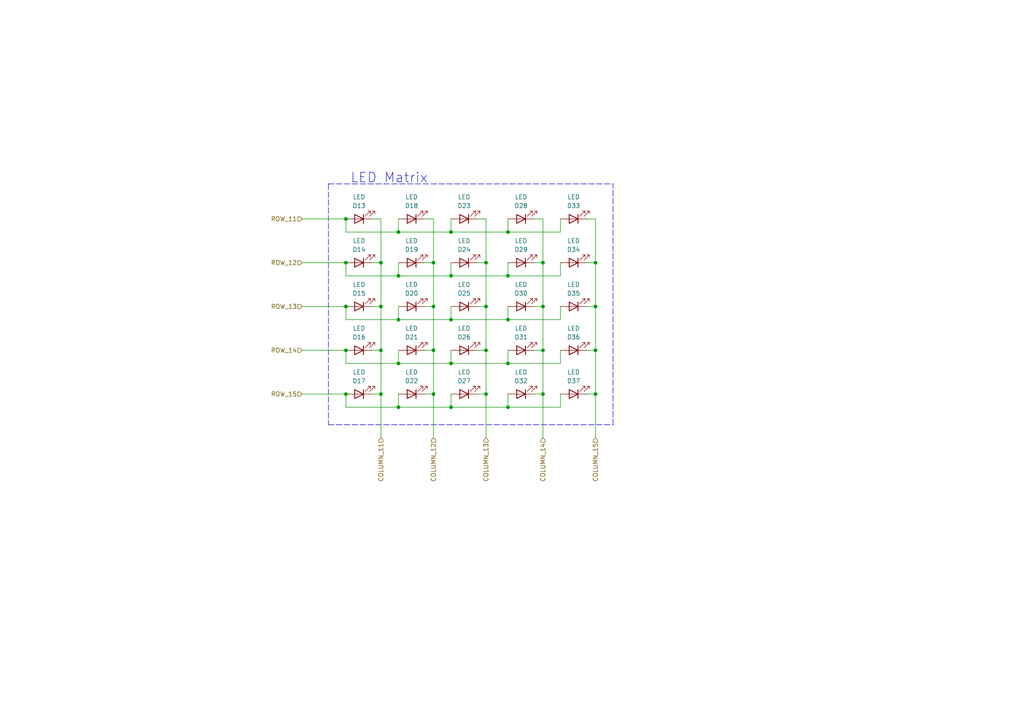
<source format=kicad_sch>
(kicad_sch (version 20211123) (generator eeschema)
  (paper "A4")
  (lib_symbols
    (symbol "Device:LED" (pin_numbers hide) (pin_names (offset 1.016) hide)
      (property "Reference" "D" (at 0 2.54 0))
      (property "Value" "LED" (at 0 -2.54 0))
      (symbol "LED_0_1"
        (polyline (pts (xy -1.27 -1.27) (xy -1.27 1.27)) (stroke (width 0.254)))
        (polyline (pts (xy -1.27 0) (xy 1.27 0)))
        (polyline (pts (xy 1.27 -1.27) (xy 1.27 1.27) (xy -1.27 0) (xy 1.27 -1.27)) (stroke (width 0.254)))
        (polyline (pts (xy -3.048 -0.762) (xy -4.572 -2.286) (xy -3.81 -2.286) (xy -4.572 -2.286) (xy -4.572 -1.524)))
        (polyline (pts (xy -1.778 -0.762) (xy -3.302 -2.286) (xy -2.54 -2.286) (xy -3.302 -2.286) (xy -3.302 -1.524)))
      )
      (symbol "LED_1_1"
        (pin passive line (at -3.81 0 0) (length 2.54) (name "K") (number "1"))
        (pin passive line (at 3.81 0 180) (length 2.54) (name "A") (number "2"))
      )
    )
  )
  (junction (at 130.81 92.71))
  (junction (at 100.33 101.6))
  (junction (at 130.81 80.01))
  (junction (at 157.48 88.9))
  (junction (at 130.81 118.11))
  (junction (at 147.32 80.01))
  (junction (at 110.49 88.9))
  (junction (at 157.48 114.3))
  (junction (at 100.33 76.2))
  (junction (at 172.72 76.2))
  (junction (at 115.57 92.71))
  (junction (at 115.57 67.31))
  (junction (at 130.81 67.31))
  (junction (at 110.49 114.3))
  (junction (at 110.49 76.2))
  (junction (at 140.97 101.6))
  (junction (at 125.73 76.2))
  (junction (at 130.81 105.41))
  (junction (at 157.48 101.6))
  (junction (at 140.97 76.2))
  (junction (at 125.73 114.3))
  (junction (at 147.32 105.41))
  (junction (at 172.72 88.9))
  (junction (at 110.49 101.6))
  (junction (at 115.57 105.41))
  (junction (at 115.57 118.11))
  (junction (at 147.32 118.11))
  (junction (at 100.33 88.9))
  (junction (at 140.97 88.9))
  (junction (at 125.73 101.6))
  (junction (at 115.57 80.01))
  (junction (at 172.72 114.3))
  (junction (at 100.33 63.5))
  (junction (at 172.72 101.6))
  (junction (at 157.48 76.2))
  (junction (at 140.97 114.3))
  (junction (at 147.32 67.31))
  (junction (at 147.32 92.71))
  (junction (at 100.33 114.3))
  (junction (at 125.73 88.9))
  (wire (pts (xy 154.94 101.6) (xy 157.48 101.6)))
  (polyline (pts (xy 95.25 53.34) (xy 95.25 123.19)))
  (wire (pts (xy 110.49 101.6) (xy 107.95 101.6)))
  (polyline (pts (xy 95.25 123.19) (xy 177.8 123.19)))
  (wire (pts (xy 115.57 118.11) (xy 130.81 118.11)))
  (wire (pts (xy 130.81 114.3) (xy 130.81 118.11)))
  (wire (pts (xy 140.97 101.6) (xy 140.97 114.3)))
  (polyline (pts (xy 95.25 53.34) (xy 177.8 53.34)))
  (wire (pts (xy 172.72 114.3) (xy 170.18 114.3)))
  (wire (pts (xy 100.33 114.3) (xy 100.33 118.11)))
  (wire (pts (xy 162.56 67.31) (xy 162.56 63.5)))
  (wire (pts (xy 130.81 76.2) (xy 130.81 80.01)))
  (wire (pts (xy 115.57 80.01) (xy 130.81 80.01)))
  (wire (pts (xy 110.49 63.5) (xy 110.49 76.2)))
  (wire (pts (xy 100.33 63.5) (xy 100.33 67.31)))
  (wire (pts (xy 147.32 114.3) (xy 147.32 118.11)))
  (wire (pts (xy 130.81 105.41) (xy 147.32 105.41)))
  (wire (pts (xy 110.49 63.5) (xy 107.95 63.5)))
  (wire (pts (xy 100.33 88.9) (xy 100.33 92.71)))
  (wire (pts (xy 107.95 88.9) (xy 110.49 88.9)))
  (wire (pts (xy 115.57 76.2) (xy 115.57 80.01)))
  (wire (pts (xy 147.32 118.11) (xy 162.56 118.11)))
  (wire (pts (xy 115.57 88.9) (xy 115.57 92.71)))
  (wire (pts (xy 140.97 114.3) (xy 140.97 127)))
  (wire (pts (xy 147.32 67.31) (xy 162.56 67.31)))
  (wire (pts (xy 172.72 63.5) (xy 170.18 63.5)))
  (wire (pts (xy 140.97 101.6) (xy 140.97 88.9)))
  (wire (pts (xy 100.33 101.6) (xy 100.33 105.41)))
  (wire (pts (xy 115.57 101.6) (xy 115.57 105.41)))
  (wire (pts (xy 140.97 63.5) (xy 138.43 63.5)))
  (wire (pts (xy 162.56 80.01) (xy 162.56 76.2)))
  (wire (pts (xy 125.73 101.6) (xy 123.19 101.6)))
  (wire (pts (xy 147.32 88.9) (xy 147.32 92.71)))
  (wire (pts (xy 147.32 63.5) (xy 147.32 67.31)))
  (wire (pts (xy 87.63 88.9) (xy 100.33 88.9)))
  (wire (pts (xy 87.63 63.5) (xy 100.33 63.5)))
  (wire (pts (xy 157.48 88.9) (xy 157.48 101.6)))
  (wire (pts (xy 125.73 114.3) (xy 123.19 114.3)))
  (wire (pts (xy 110.49 76.2) (xy 107.95 76.2)))
  (wire (pts (xy 130.81 101.6) (xy 130.81 105.41)))
  (wire (pts (xy 154.94 114.3) (xy 157.48 114.3)))
  (wire (pts (xy 147.32 76.2) (xy 147.32 80.01)))
  (wire (pts (xy 140.97 76.2) (xy 140.97 88.9)))
  (wire (pts (xy 115.57 67.31) (xy 130.81 67.31)))
  (wire (pts (xy 162.56 118.11) (xy 162.56 114.3)))
  (wire (pts (xy 172.72 76.2) (xy 172.72 88.9)))
  (wire (pts (xy 125.73 76.2) (xy 125.73 88.9)))
  (wire (pts (xy 140.97 101.6) (xy 138.43 101.6)))
  (wire (pts (xy 87.63 76.2) (xy 100.33 76.2)))
  (wire (pts (xy 140.97 88.9) (xy 138.43 88.9)))
  (wire (pts (xy 125.73 63.5) (xy 125.73 76.2)))
  (polyline (pts (xy 177.8 123.19) (xy 177.8 53.34)))
  (wire (pts (xy 154.94 88.9) (xy 157.48 88.9)))
  (wire (pts (xy 130.81 67.31) (xy 147.32 67.31)))
  (wire (pts (xy 87.63 114.3) (xy 100.33 114.3)))
  (wire (pts (xy 157.48 63.5) (xy 157.48 76.2)))
  (wire (pts (xy 110.49 114.3) (xy 107.95 114.3)))
  (wire (pts (xy 100.33 105.41) (xy 115.57 105.41)))
  (wire (pts (xy 157.48 114.3) (xy 157.48 127)))
  (wire (pts (xy 110.49 88.9) (xy 110.49 101.6)))
  (wire (pts (xy 162.56 105.41) (xy 162.56 101.6)))
  (wire (pts (xy 172.72 88.9) (xy 172.72 101.6)))
  (wire (pts (xy 170.18 76.2) (xy 172.72 76.2)))
  (wire (pts (xy 140.97 76.2) (xy 138.43 76.2)))
  (wire (pts (xy 125.73 101.6) (xy 125.73 114.3)))
  (wire (pts (xy 162.56 92.71) (xy 162.56 88.9)))
  (wire (pts (xy 170.18 101.6) (xy 172.72 101.6)))
  (wire (pts (xy 125.73 88.9) (xy 125.73 101.6)))
  (wire (pts (xy 125.73 63.5) (xy 123.19 63.5)))
  (wire (pts (xy 115.57 92.71) (xy 130.81 92.71)))
  (wire (pts (xy 115.57 105.41) (xy 130.81 105.41)))
  (wire (pts (xy 100.33 76.2) (xy 100.33 80.01)))
  (wire (pts (xy 110.49 114.3) (xy 110.49 127)))
  (wire (pts (xy 172.72 101.6) (xy 172.72 114.3)))
  (wire (pts (xy 147.32 105.41) (xy 162.56 105.41)))
  (wire (pts (xy 154.94 63.5) (xy 157.48 63.5)))
  (wire (pts (xy 115.57 114.3) (xy 115.57 118.11)))
  (wire (pts (xy 130.81 63.5) (xy 130.81 67.31)))
  (wire (pts (xy 130.81 118.11) (xy 147.32 118.11)))
  (wire (pts (xy 130.81 92.71) (xy 147.32 92.71)))
  (wire (pts (xy 100.33 67.31) (xy 115.57 67.31)))
  (wire (pts (xy 100.33 80.01) (xy 115.57 80.01)))
  (wire (pts (xy 172.72 63.5) (xy 172.72 76.2)))
  (wire (pts (xy 125.73 76.2) (xy 123.19 76.2)))
  (wire (pts (xy 130.81 88.9) (xy 130.81 92.71)))
  (wire (pts (xy 147.32 80.01) (xy 162.56 80.01)))
  (wire (pts (xy 140.97 63.5) (xy 140.97 76.2)))
  (wire (pts (xy 172.72 114.3) (xy 172.72 127)))
  (wire (pts (xy 125.73 114.3) (xy 125.73 127)))
  (wire (pts (xy 130.81 80.01) (xy 147.32 80.01)))
  (wire (pts (xy 110.49 101.6) (xy 110.49 114.3)))
  (wire (pts (xy 157.48 76.2) (xy 157.48 88.9)))
  (wire (pts (xy 140.97 114.3) (xy 138.43 114.3)))
  (wire (pts (xy 170.18 88.9) (xy 172.72 88.9)))
  (wire (pts (xy 100.33 92.71) (xy 115.57 92.71)))
  (wire (pts (xy 115.57 63.5) (xy 115.57 67.31)))
  (wire (pts (xy 154.94 76.2) (xy 157.48 76.2)))
  (wire (pts (xy 157.48 114.3) (xy 157.48 101.6)))
  (wire (pts (xy 147.32 92.71) (xy 162.56 92.71)))
  (wire (pts (xy 100.33 118.11) (xy 115.57 118.11)))
  (wire (pts (xy 87.63 101.6) (xy 100.33 101.6)))
  (wire (pts (xy 110.49 76.2) (xy 110.49 88.9)))
  (wire (pts (xy 147.32 101.6) (xy 147.32 105.41)))
  (wire (pts (xy 125.73 88.9) (xy 123.19 88.9)))
  (text "LED Matrix\n" (at 101.6 53.34 0) (effects (font (size 2.794 2.794)) (justify left bottom)))
  (hierarchical_label "COLUMN_15" (shape input) (at 172.72 127 270))
  (hierarchical_label "COLUMN_12" (shape input) (at 125.73 127 270))
  (hierarchical_label "ROW_13" (shape input) (at 87.63 88.9 180))
  (hierarchical_label "COLUMN_14" (shape input) (at 157.48 127 270))
  (hierarchical_label "ROW_12" (shape input) (at 87.63 76.2 180))
  (hierarchical_label "ROW_15" (shape input) (at 87.63 114.3 180))
  (hierarchical_label "ROW_14" (shape input) (at 87.63 101.6 180))
  (hierarchical_label "COLUMN_11" (shape input) (at 110.49 127 270))
  (hierarchical_label "ROW_11" (shape input) (at 87.63 63.5 180))
  (hierarchical_label "COLUMN_13" (shape input) (at 140.97 127 270))
  (symbol (lib_id "Device:LED") (at 151.13 114.3 180) (unit 1)
    (property "Reference" "D32" (at 151.13 110.49 0))
    (property "Value" "LED" (at 151.13 107.95 0))
    (property "Footprint" "LED_SMD:LED_1206_3216Metric_Pad1.42x1.75mm_HandSolder" (effects hide))
  )
  (symbol (lib_id "Device:LED") (at 151.13 76.2 180) (unit 1)
    (property "Reference" "D29" (at 151.13 72.39 0))
    (property "Value" "LED" (at 151.13 69.85 0))
    (property "Footprint" "LED_SMD:LED_1206_3216Metric_Pad1.42x1.75mm_HandSolder" (effects hide))
  )
  (symbol (lib_id "Device:LED") (at 166.37 114.3 180) (unit 1)
    (property "Reference" "D37" (at 166.37 110.49 0))
    (property "Value" "LED" (at 166.37 107.95 0))
    (property "Footprint" "LED_SMD:LED_1206_3216Metric_Pad1.42x1.75mm_HandSolder" (effects hide))
  )
  (symbol (lib_id "Device:LED") (at 134.62 63.5 180) (unit 1)
    (property "Reference" "D23" (at 134.62 59.69 0))
    (property "Value" "LED" (at 134.62 57.15 0))
    (property "Footprint" "LED_SMD:LED_1206_3216Metric_Pad1.42x1.75mm_HandSolder" (effects hide))
  )
  (symbol (lib_id "Device:LED") (at 119.38 63.5 180) (unit 1)
    (property "Reference" "D18" (at 119.38 59.69 0))
    (property "Value" "LED" (at 119.38 57.15 0))
    (property "Footprint" "LED_SMD:LED_1206_3216Metric_Pad1.42x1.75mm_HandSolder" (effects hide))
  )
  (symbol (lib_id "Device:LED") (at 134.62 114.3 180) (unit 1)
    (property "Reference" "D27" (at 134.62 110.49 0))
    (property "Value" "LED" (at 134.62 107.95 0))
    (property "Footprint" "LED_SMD:LED_1206_3216Metric_Pad1.42x1.75mm_HandSolder" (effects hide))
  )
  (symbol (lib_id "Device:LED") (at 104.14 101.6 180) (unit 1)
    (property "Reference" "D16" (at 104.14 97.79 0))
    (property "Value" "LED" (at 104.14 95.25 0))
    (property "Footprint" "LED_SMD:LED_1206_3216Metric_Pad1.42x1.75mm_HandSolder" (effects hide))
  )
  (symbol (lib_id "Device:LED") (at 104.14 63.5 180) (unit 1)
    (property "Reference" "D13" (at 104.14 59.69 0))
    (property "Value" "LED" (at 104.14 57.15 0))
    (property "Footprint" "LED_SMD:LED_1206_3216Metric_Pad1.42x1.75mm_HandSolder" (effects hide))
  )
  (symbol (lib_id "Device:LED") (at 134.62 101.6 180) (unit 1)
    (property "Reference" "D26" (at 134.62 97.79 0))
    (property "Value" "LED" (at 134.62 95.25 0))
    (property "Footprint" "LED_SMD:LED_1206_3216Metric_Pad1.42x1.75mm_HandSolder" (effects hide))
  )
  (symbol (lib_id "Device:LED") (at 134.62 88.9 180) (unit 1)
    (property "Reference" "D25" (at 134.62 85.09 0))
    (property "Value" "LED" (at 134.62 82.55 0))
    (property "Footprint" "LED_SMD:LED_1206_3216Metric_Pad1.42x1.75mm_HandSolder" (effects hide))
  )
  (symbol (lib_id "Device:LED") (at 119.38 88.9 180) (unit 1)
    (property "Reference" "D20" (at 119.38 85.09 0))
    (property "Value" "LED" (at 119.38 82.55 0))
    (property "Footprint" "LED_SMD:LED_1206_3216Metric_Pad1.42x1.75mm_HandSolder" (effects hide))
  )
  (symbol (lib_id "Device:LED") (at 119.38 114.3 180) (unit 1)
    (property "Reference" "D22" (at 119.38 110.49 0))
    (property "Value" "LED" (at 119.38 107.95 0))
    (property "Footprint" "LED_SMD:LED_1206_3216Metric_Pad1.42x1.75mm_HandSolder" (effects hide))
  )
  (symbol (lib_id "Device:LED") (at 151.13 63.5 180) (unit 1)
    (property "Reference" "D28" (at 151.13 59.69 0))
    (property "Value" "LED" (at 151.13 57.15 0))
    (property "Footprint" "LED_SMD:LED_1206_3216Metric_Pad1.42x1.75mm_HandSolder" (effects hide))
  )
  (symbol (lib_id "Device:LED") (at 119.38 101.6 180) (unit 1)
    (property "Reference" "D21" (at 119.38 97.79 0))
    (property "Value" "LED" (at 119.38 95.25 0))
    (property "Footprint" "LED_SMD:LED_1206_3216Metric_Pad1.42x1.75mm_HandSolder" (effects hide))
  )
  (symbol (lib_id "Device:LED") (at 166.37 76.2 180) (unit 1)
    (property "Reference" "D34" (at 166.37 72.39 0))
    (property "Value" "LED" (at 166.37 69.85 0))
    (property "Footprint" "LED_SMD:LED_1206_3216Metric_Pad1.42x1.75mm_HandSolder" (effects hide))
  )
  (symbol (lib_id "Device:LED") (at 119.38 76.2 180) (unit 1)
    (property "Reference" "D19" (at 119.38 72.39 0))
    (property "Value" "LED" (at 119.38 69.85 0))
    (property "Footprint" "LED_SMD:LED_1206_3216Metric_Pad1.42x1.75mm_HandSolder" (effects hide))
  )
  (symbol (lib_id "Device:LED") (at 166.37 88.9 180) (unit 1)
    (property "Reference" "D35" (at 166.37 85.09 0))
    (property "Value" "LED" (at 166.37 82.55 0))
    (property "Footprint" "LED_SMD:LED_1206_3216Metric_Pad1.42x1.75mm_HandSolder" (effects hide))
  )
  (symbol (lib_id "Device:LED") (at 151.13 101.6 180) (unit 1)
    (property "Reference" "D31" (at 151.13 97.79 0))
    (property "Value" "LED" (at 151.13 95.25 0))
    (property "Footprint" "LED_SMD:LED_1206_3216Metric_Pad1.42x1.75mm_HandSolder" (effects hide))
  )
  (symbol (lib_id "Device:LED") (at 104.14 88.9 180) (unit 1)
    (property "Reference" "D15" (at 104.14 85.09 0))
    (property "Value" "LED" (at 104.14 82.55 0))
    (property "Footprint" "LED_SMD:LED_1206_3216Metric_Pad1.42x1.75mm_HandSolder" (effects hide))
  )
  (symbol (lib_id "Device:LED") (at 134.62 76.2 180) (unit 1)
    (property "Reference" "D24" (at 134.62 72.39 0))
    (property "Value" "LED" (at 134.62 69.85 0))
    (property "Footprint" "LED_SMD:LED_1206_3216Metric_Pad1.42x1.75mm_HandSolder" (effects hide))
  )
  (symbol (lib_id "Device:LED") (at 166.37 63.5 180) (unit 1)
    (property "Reference" "D33" (at 166.37 59.69 0))
    (property "Value" "LED" (at 166.37 57.15 0))
    (property "Footprint" "LED_SMD:LED_1206_3216Metric_Pad1.42x1.75mm_HandSolder" (effects hide))
  )
  (symbol (lib_id "Device:LED") (at 104.14 76.2 180) (unit 1)
    (property "Reference" "D14" (at 104.14 72.39 0))
    (property "Value" "LED" (at 104.14 69.85 0))
    (property "Footprint" "LED_SMD:LED_1206_3216Metric_Pad1.42x1.75mm_HandSolder" (effects hide))
  )
  (symbol (lib_id "Device:LED") (at 104.14 114.3 180) (unit 1)
    (property "Reference" "D17" (at 104.14 110.49 0))
    (property "Value" "LED" (at 104.14 107.95 0))
    (property "Footprint" "LED_SMD:LED_1206_3216Metric_Pad1.42x1.75mm_HandSolder" (effects hide))
  )
  (symbol (lib_id "Device:LED") (at 151.13 88.9 180) (unit 1)
    (property "Reference" "D30" (at 151.13 85.09 0))
    (property "Value" "LED" (at 151.13 82.55 0))
    (property "Footprint" "LED_SMD:LED_1206_3216Metric_Pad1.42x1.75mm_HandSolder" (effects hide))
  )
  (symbol (lib_id "Device:LED") (at 166.37 101.6 180) (unit 1)
    (property "Reference" "D36" (at 166.37 97.79 0))
    (property "Value" "LED" (at 166.37 95.25 0))
    (property "Footprint" "LED_SMD:LED_1206_3216Metric_Pad1.42x1.75mm_HandSolder" (effects hide))
  )
)
</source>
